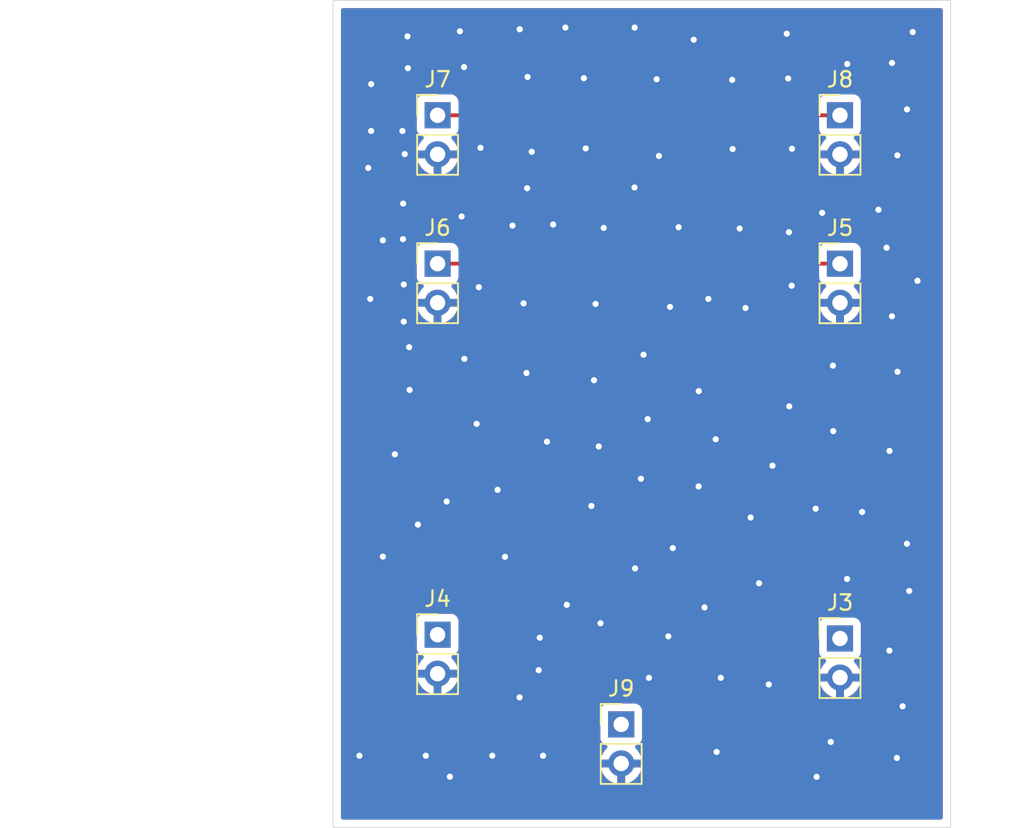
<source format=kicad_pcb>
(kicad_pcb (version 20211014) (generator pcbnew)
  (layers (0 "F.Cu" signal) (31 "B.Cu" signal) (34 "B.Paste" user) (35 "F.Paste" user) (36 "B.SilkS" user "B.Silkscreen") (37 "F.SilkS" user "F.Silkscreen") (38 "B.Mask" user) (39 "F.Mask" user) (44 "Edge.Cuts" user))
  (net 0 "")
  (net 1 "GND")
  (net 2 "Net-(J5-Pad1)")
  (net 3 "bpf_lvds")
  (footprint "Connector_PinHeader_2.54mm:PinHeader_1x02_P2.54mm_Vertical" (layer "F.Cu") (at 105.41 81.275)
    (fp_text reference "J8" (at 0 -2.33) (layer "F.SilkS"))
    (fp_text value "Connector_Generic_Conn_01x02")
    (fp_line (start -1.33 0) (end -1.33 -1.33) (layer "F.SilkS") (width 0.12))
    (fp_line (start -1.33 3.87) (end 1.33 3.87) (layer "F.SilkS") (width 0.12))
    (fp_line (start 1.33 1.27) (end 1.33 3.87) (layer "F.SilkS") (width 0.12))
    (fp_line (start -1.33 1.27) (end -1.33 3.87) (layer "F.SilkS") (width 0.12))
    (fp_line (start -1.33 -1.33) (end 0 -1.33) (layer "F.SilkS") (width 0.12))
    (fp_line (start -1.33 1.27) (end 1.33 1.27) (layer "F.SilkS") (width 0.12))
    (pad "1" thru_hole rect (at 0 0) (size 1.7 1.7) (drill 1) (layers *.Cu *.Mask) (net 3 "bpf_lvds"))
    (pad "2" thru_hole oval (at 0 2.54) (size 1.7 1.7) (drill 1) (layers *.Cu *.Mask) (net 1 "GND"))
  )
  (footprint "Connector_PinHeader_2.54mm:PinHeader_1x02_P2.54mm_Vertical" (layer "F.Cu") (at 79.248 81.275)
    (fp_text reference "J7" (at 0 -2.33) (layer "F.SilkS"))
    (fp_text value "Connector_Generic_Conn_01x02")
    (fp_line (start -1.33 3.87) (end 1.33 3.87) (layer "F.SilkS") (width 0.12))
    (fp_line (start -1.33 1.27) (end 1.33 1.27) (layer "F.SilkS") (width 0.12))
    (fp_line (start -1.33 0) (end -1.33 -1.33) (layer "F.SilkS") (width 0.12))
    (fp_line (start -1.33 1.27) (end -1.33 3.87) (layer "F.SilkS") (width 0.12))
    (fp_line (start 1.33 1.27) (end 1.33 3.87) (layer "F.SilkS") (width 0.12))
    (fp_line (start -1.33 -1.33) (end 0 -1.33) (layer "F.SilkS") (width 0.12))
    (pad "1" thru_hole rect (at 0 0) (size 1.7 1.7) (drill 1) (layers *.Cu *.Mask) (net 3 "bpf_lvds"))
    (pad "2" thru_hole oval (at 0 2.54) (size 1.7 1.7) (drill 1) (layers *.Cu *.Mask) (net 1 "GND"))
  )
  (footprint "Connector_PinHeader_2.54mm:PinHeader_1x02_P2.54mm_Vertical" (layer "F.Cu") (at 105.41 115.311)
    (fp_text reference "J3" (at 0 -2.33) (layer "F.SilkS"))
    (fp_text value "Connector_Generic_Conn_01x02")
    (fp_line (start -1.33 3.87) (end 1.33 3.87) (layer "F.SilkS") (width 0.12))
    (fp_line (start 1.33 1.27) (end 1.33 3.87) (layer "F.SilkS") (width 0.12))
    (fp_line (start -1.33 -1.33) (end 0 -1.33) (layer "F.SilkS") (width 0.12))
    (fp_line (start -1.33 0) (end -1.33 -1.33) (layer "F.SilkS") (width 0.12))
    (fp_line (start -1.33 1.27) (end -1.33 3.87) (layer "F.SilkS") (width 0.12))
    (fp_line (start -1.33 1.27) (end 1.33 1.27) (layer "F.SilkS") (width 0.12))
    (pad "1" thru_hole rect (at 0 0) (size 1.7 1.7) (drill 1) (layers *.Cu *.Mask))
    (pad "2" thru_hole oval (at 0 2.54) (size 1.7 1.7) (drill 1) (layers *.Cu *.Mask) (net 1 "GND"))
  )
  (footprint "Connector_PinHeader_2.54mm:PinHeader_1x02_P2.54mm_Vertical" (layer "F.Cu") (at 79.248 115.062)
    (fp_text reference "J4" (at 0 -2.33) (layer "F.SilkS"))
    (fp_text value "Connector_Generic_Conn_01x02")
    (fp_line (start 1.33 1.27) (end 1.33 3.87) (layer "F.SilkS") (width 0.12))
    (fp_line (start -1.33 -1.33) (end 0 -1.33) (layer "F.SilkS") (width 0.12))
    (fp_line (start -1.33 1.27) (end 1.33 1.27) (layer "F.SilkS") (width 0.12))
    (fp_line (start -1.33 1.27) (end -1.33 3.87) (layer "F.SilkS") (width 0.12))
    (fp_line (start -1.33 0) (end -1.33 -1.33) (layer "F.SilkS") (width 0.12))
    (fp_line (start -1.33 3.87) (end 1.33 3.87) (layer "F.SilkS") (width 0.12))
    (pad "1" thru_hole rect (at 0 0) (size 1.7 1.7) (drill 1) (layers *.Cu *.Mask))
    (pad "2" thru_hole oval (at 0 2.54) (size 1.7 1.7) (drill 1) (layers *.Cu *.Mask) (net 1 "GND"))
  )
  (footprint "Connector_PinHeader_2.54mm:PinHeader_1x02_P2.54mm_Vertical" (layer "F.Cu") (at 105.41 90.932)
    (fp_text reference "J5" (at 0 -2.33) (layer "F.SilkS"))
    (fp_text value "Connector_Generic_Conn_01x02")
    (fp_line (start -1.33 -1.33) (end 0 -1.33) (layer "F.SilkS") (width 0.12))
    (fp_line (start -1.33 3.87) (end 1.33 3.87) (layer "F.SilkS") (width 0.12))
    (fp_line (start 1.33 1.27) (end 1.33 3.87) (layer "F.SilkS") (width 0.12))
    (fp_line (start -1.33 1.27) (end -1.33 3.87) (layer "F.SilkS") (width 0.12))
    (fp_line (start -1.33 1.27) (end 1.33 1.27) (layer "F.SilkS") (width 0.12))
    (fp_line (start -1.33 0) (end -1.33 -1.33) (layer "F.SilkS") (width 0.12))
    (pad "1" thru_hole rect (at 0 0) (size 1.7 1.7) (drill 1) (layers *.Cu *.Mask) (net 2 "Net-(J5-Pad1)"))
    (pad "2" thru_hole oval (at 0 2.54) (size 1.7 1.7) (drill 1) (layers *.Cu *.Mask) (net 1 "GND"))
  )
  (footprint "Connector_PinHeader_2.54mm:PinHeader_1x02_P2.54mm_Vertical" (layer "F.Cu") (at 79.248 90.927)
    (fp_text reference "J6" (at 0 -2.33) (layer "F.SilkS"))
    (fp_text value "Connector_Generic_Conn_01x02")
    (fp_line (start 1.33 1.27) (end 1.33 3.87) (layer "F.SilkS") (width 0.12))
    (fp_line (start -1.33 -1.33) (end 0 -1.33) (layer "F.SilkS") (width 0.12))
    (fp_line (start -1.33 1.27) (end 1.33 1.27) (layer "F.SilkS") (width 0.12))
    (fp_line (start -1.33 3.87) (end 1.33 3.87) (layer "F.SilkS") (width 0.12))
    (fp_line (start -1.33 0) (end -1.33 -1.33) (layer "F.SilkS") (width 0.12))
    (fp_line (start -1.33 1.27) (end -1.33 3.87) (layer "F.SilkS") (width 0.12))
    (pad "1" thru_hole rect (at 0 0) (size 1.7 1.7) (drill 1) (layers *.Cu *.Mask) (net 2 "Net-(J5-Pad1)"))
    (pad "2" thru_hole oval (at 0 2.54) (size 1.7 1.7) (drill 1) (layers *.Cu *.Mask) (net 1 "GND"))
  )
  (footprint "Connector_PinHeader_2.54mm:PinHeader_1x02_P2.54mm_Vertical" (layer "F.Cu") (at 91.186 120.899)
    (fp_text reference "J9" (at 0 -2.33) (layer "F.SilkS"))
    (fp_text value "Connector_Generic_Conn_01x02")
    (fp_line (start -1.33 0) (end -1.33 -1.33) (layer "F.SilkS") (width 0.12))
    (fp_line (start -1.33 1.27) (end -1.33 3.87) (layer "F.SilkS") (width 0.12))
    (fp_line (start -1.33 1.27) (end 1.33 1.27) (layer "F.SilkS") (width 0.12))
    (fp_line (start -1.33 3.87) (end 1.33 3.87) (layer "F.SilkS") (width 0.12))
    (fp_line (start 1.33 1.27) (end 1.33 3.87) (layer "F.SilkS") (width 0.12))
    (fp_line (start -1.33 -1.33) (end 0 -1.33) (layer "F.SilkS") (width 0.12))
    (pad "1" thru_hole rect (at 0 0) (size 1.7 1.7) (drill 1) (layers *.Cu *.Mask))
    (pad "2" thru_hole oval (at 0 2.54) (size 1.7 1.7) (drill 1) (layers *.Cu *.Mask) (net 1 "GND"))
  )
  (gr_rect (start 72.46 73.8) (end 112.6 127.6) (layer "Edge.Cuts") (width 0.05) (fill none))
  (via (at 84.84 93.51) (size 0.8) (drill 0.4) (layers "F.Cu" "B.Cu") (net 1))
  (via (at 95.9 76.36) (size 0.8) (drill 0.4) (layers "F.Cu" "B.Cu") (net 1))
  (via (at 80.99 97.12) (size 0.8) (drill 0.4) (layers "F.Cu" "B.Cu") (net 1))
  (via (at 92.47 104.92) (size 0.8) (drill 0.4) (layers "F.Cu" "B.Cu") (net 1))
  (via (at 85.07 86.02) (size 0.8) (drill 0.4) (layers "F.Cu" "B.Cu") (net 1))
  (via (at 96.6 113.29) (size 0.8) (drill 0.4) (layers "F.Cu" "B.Cu") (net 1))
  (via (at 85.37 83.65) (size 0.8) (drill 0.4) (layers "F.Cu" "B.Cu") (net 1))
  (via (at 108.79 77.87) (size 0.8) (drill 0.4) (layers "F.Cu" "B.Cu") (net 1))
  (via (at 109.91 112.22) (size 0.8) (drill 0.4) (layers "F.Cu" "B.Cu") (net 1))
  (via (at 83.15 105.64) (size 0.8) (drill 0.4) (layers "F.Cu" "B.Cu") (net 1))
  (via (at 85.82 117.37) (size 0.8) (drill 0.4) (layers "F.Cu" "B.Cu") (net 1))
  (via (at 109.48 119.72) (size 0.8) (drill 0.4) (layers "F.Cu" "B.Cu") (net 1))
  (via (at 101.02 104.07) (size 0.8) (drill 0.4) (layers "F.Cu" "B.Cu") (net 1))
  (via (at 77.4 96.36) (size 0.8) (drill 0.4) (layers "F.Cu" "B.Cu") (net 1))
  (via (at 86.36 102.51) (size 0.8) (drill 0.4) (layers "F.Cu" "B.Cu") (net 1))
  (via (at 96.22 105.42) (size 0.8) (drill 0.4) (layers "F.Cu" "B.Cu") (net 1))
  (via (at 84.59 75.68) (size 0.8) (drill 0.4) (layers "F.Cu" "B.Cu") (net 1))
  (via (at 93.64 83.92) (size 0.8) (drill 0.4) (layers "F.Cu" "B.Cu") (net 1))
  (via (at 94.92 88.56) (size 0.8) (drill 0.4) (layers "F.Cu" "B.Cu") (net 1))
  (via (at 97.39 122.69) (size 0.8) (drill 0.4) (layers "F.Cu" "B.Cu") (net 1))
  (via (at 88.76 78.86) (size 0.8) (drill 0.4) (layers "F.Cu" "B.Cu") (net 1))
  (via (at 86.76 88.38) (size 0.8) (drill 0.4) (layers "F.Cu" "B.Cu") (net 1))
  (via (at 100.15 111.72) (size 0.8) (drill 0.4) (layers "F.Cu" "B.Cu") (net 1))
  (via (at 85.89 115.26) (size 0.8) (drill 0.4) (layers "F.Cu" "B.Cu") (net 1))
  (via (at 98.89 88.64) (size 0.8) (drill 0.4) (layers "F.Cu" "B.Cu") (net 1))
  (via (at 77.11 83.8) (size 0.8) (drill 0.4) (layers "F.Cu" "B.Cu") (net 1))
  (via (at 102.29 83.45) (size 0.8) (drill 0.4) (layers "F.Cu" "B.Cu") (net 1))
  (via (at 105.88 77.94) (size 0.8) (drill 0.4) (layers "F.Cu" "B.Cu") (net 1))
  (via (at 80.05 124.3) (size 0.8) (drill 0.4) (layers "F.Cu" "B.Cu") (net 1))
  (via (at 89.84 114.32) (size 0.8) (drill 0.4) (layers "F.Cu" "B.Cu") (net 1))
  (via (at 74.87 93.22) (size 0.8) (drill 0.4) (layers "F.Cu" "B.Cu") (net 1))
  (via (at 108.62 116.1) (size 0.8) (drill 0.4) (layers "F.Cu" "B.Cu") (net 1))
  (via (at 109.15 97.96) (size 0.8) (drill 0.4) (layers "F.Cu" "B.Cu") (net 1))
  (via (at 109.14 83.88) (size 0.8) (drill 0.4) (layers "F.Cu" "B.Cu") (net 1))
  (via (at 109.11 123.08) (size 0.8) (drill 0.4) (layers "F.Cu" "B.Cu") (net 1))
  (via (at 96.85 93.22) (size 0.8) (drill 0.4) (layers "F.Cu" "B.Cu") (net 1))
  (via (at 77.29 76.14) (size 0.8) (drill 0.4) (layers "F.Cu" "B.Cu") (net 1))
  (via (at 90.05 88.6) (size 0.8) (drill 0.4) (layers "F.Cu" "B.Cu") (net 1))
  (via (at 102.04 78.88) (size 0.8) (drill 0.4) (layers "F.Cu" "B.Cu") (net 1))
  (via (at 84.58 119.14) (size 0.8) (drill 0.4) (layers "F.Cu" "B.Cu") (net 1))
  (via (at 100.78 118.3) (size 0.8) (drill 0.4) (layers "F.Cu" "B.Cu") (net 1))
  (via (at 106.85 107.08) (size 0.8) (drill 0.4) (layers "F.Cu" "B.Cu") (net 1))
  (via (at 97.33 102.35) (size 0.8) (drill 0.4) (layers "F.Cu" "B.Cu") (net 1))
  (via (at 83.63 110) (size 0.8) (drill 0.4) (layers "F.Cu" "B.Cu") (net 1))
  (via (at 92.09 110.75) (size 0.8) (drill 0.4) (layers "F.Cu" "B.Cu") (net 1))
  (via (at 77.32 78.21) (size 0.8) (drill 0.4) (layers "F.Cu" "B.Cu") (net 1))
  (via (at 77.43 99.14) (size 0.8) (drill 0.4) (layers "F.Cu" "B.Cu") (net 1))
  (via (at 99.6 107.44) (size 0.8) (drill 0.4) (layers "F.Cu" "B.Cu") (net 1))
  (via (at 81.788 101.346) (size 0.8) (drill 0.4) (layers "F.Cu" "B.Cu") (net 1))
  (via (at 76.962 82.296) (size 0.8) (drill 0.4) (layers "F.Cu" "B.Cu") (net 1))
  (via (at 108.44 89.89) (size 0.8) (drill 0.4) (layers "F.Cu" "B.Cu") (net 1))
  (via (at 98.4 78.97) (size 0.8) (drill 0.4) (layers "F.Cu" "B.Cu") (net 1))
  (via (at 104.97 101.82) (size 0.8) (drill 0.4) (layers "F.Cu" "B.Cu") (net 1))
  (via (at 110.45 92.04) (size 0.8) (drill 0.4) (layers "F.Cu" "B.Cu") (net 1))
  (via (at 75.692 109.982) (size 0.8) (drill 0.4) (layers "F.Cu" "B.Cu") (net 1))
  (via (at 77.01 87.02) (size 0.8) (drill 0.4) (layers "F.Cu" "B.Cu") (net 1))
  (via (at 92.99 117.87) (size 0.8) (drill 0.4) (layers "F.Cu" "B.Cu") (net 1))
  (via (at 80.81 87.86) (size 0.8) (drill 0.4) (layers "F.Cu" "B.Cu") (net 1))
  (via (at 110.14 75.86) (size 0.8) (drill 0.4) (layers "F.Cu" "B.Cu") (net 1))
  (via (at 92.05 85.97) (size 0.8) (drill 0.4) (layers "F.Cu" "B.Cu") (net 1))
  (via (at 77.05 92.28) (size 0.8) (drill 0.4) (layers "F.Cu" "B.Cu") (net 1))
  (via (at 87.56 75.57) (size 0.8) (drill 0.4) (layers "F.Cu" "B.Cu") (net 1))
  (via (at 104.95 97.56) (size 0.8) (drill 0.4) (layers "F.Cu" "B.Cu") (net 1))
  (via (at 98.43 83.47) (size 0.8) (drill 0.4) (layers "F.Cu" "B.Cu") (net 1))
  (via (at 94.36 93.74) (size 0.8) (drill 0.4) (layers "F.Cu" "B.Cu") (net 1))
  (via (at 84.12 88.45) (size 0.8) (drill 0.4) (layers "F.Cu" "B.Cu") (net 1))
  (via (at 108.63 103.11) (size 0.8) (drill 0.4) (layers "F.Cu" "B.Cu") (net 1))
  (via (at 102.09 88.88) (size 0.8) (drill 0.4) (layers "F.Cu" "B.Cu") (net 1))
  (via (at 82.04 83.39) (size 0.8) (drill 0.4) (layers "F.Cu" "B.Cu") (net 1))
  (via (at 92.91 101.04) (size 0.8) (drill 0.4) (layers "F.Cu" "B.Cu") (net 1))
  (via (at 104.81 122.04) (size 0.8) (drill 0.4) (layers "F.Cu" "B.Cu") (net 1))
  (via (at 96.23 99.22) (size 0.8) (drill 0.4) (layers "F.Cu" "B.Cu") (net 1))
  (via (at 92.06 75.57) (size 0.8) (drill 0.4) (layers "F.Cu" "B.Cu") (net 1))
  (via (at 78.486 122.936) (size 0.8) (drill 0.4) (layers "F.Cu" "B.Cu") (net 1))
  (via (at 108.79 94.35) (size 0.8) (drill 0.4) (layers "F.Cu" "B.Cu") (net 1))
  (via (at 103.89 124.31) (size 0.8) (drill 0.4) (layers "F.Cu" "B.Cu") (net 1))
  (via (at 74.74 84.7) (size 0.8) (drill 0.4) (layers "F.Cu" "B.Cu") (net 1))
  (via (at 88.88 83.43) (size 0.8) (drill 0.4) (layers "F.Cu" "B.Cu") (net 1))
  (via (at 102.11 100.21) (size 0.8) (drill 0.4) (layers "F.Cu" "B.Cu") (net 1))
  (via (at 109.76 109.15) (size 0.8) (drill 0.4) (layers "F.Cu" "B.Cu") (net 1))
  (via (at 109.77 80.89) (size 0.8) (drill 0.4) (layers "F.Cu" "B.Cu") (net 1))
  (via (at 80.97 78.14) (size 0.8) (drill 0.4) (layers "F.Cu" "B.Cu") (net 1))
  (via (at 101.95 75.97) (size 0.8) (drill 0.4) (layers "F.Cu" "B.Cu") (net 1))
  (via (at 94.25 115.17) (size 0.8) (drill 0.4) (layers "F.Cu" "B.Cu") (net 1))
  (via (at 92.64 96.85) (size 0.8) (drill 0.4) (layers "F.Cu" "B.Cu") (net 1))
  (via (at 74.93 82.296) (size 0.8) (drill 0.4) (layers "F.Cu" "B.Cu") (net 1))
  (via (at 85.03 98.04) (size 0.8) (drill 0.4) (layers "F.Cu" "B.Cu") (net 1))
  (via (at 87.65 113.12) (size 0.8) (drill 0.4) (layers "F.Cu" "B.Cu") (net 1))
  (via (at 75.692 89.408) (size 0.8) (drill 0.4) (layers "F.Cu" "B.Cu") (net 1))
  (via (at 107.91 87.42) (size 0.8) (drill 0.4) (layers "F.Cu" "B.Cu") (net 1))
  (via (at 80.7 75.81) (size 0.8) (drill 0.4) (layers "F.Cu" "B.Cu") (net 1))
  (via (at 104.25 87.62) (size 0.8) (drill 0.4) (layers "F.Cu" "B.Cu") (net 1))
  (via (at 89.73 102.82) (size 0.8) (drill 0.4) (layers "F.Cu" "B.Cu") (net 1))
  (via (at 89.25 106.69) (size 0.8) (drill 0.4) (layers "F.Cu" "B.Cu") (net 1))
  (via (at 85.1 78.78) (size 0.8) (drill 0.4) (layers "F.Cu" "B.Cu") (net 1))
  (via (at 79.84 106.4) (size 0.8) (drill 0.4) (layers "F.Cu" "B.Cu") (net 1))
  (via (at 77.05 94.7) (size 0.8) (drill 0.4) (layers "F.Cu" "B.Cu") (net 1))
  (via (at 74.93 79.248) (size 0.8) (drill 0.4) (layers "F.Cu" "B.Cu") (net 1))
  (via (at 105.87 111.44) (size 0.8) (drill 0.4) (layers "F.Cu" "B.Cu") (net 1))
  (via (at 99.27 93.81) (size 0.8) (drill 0.4) (layers "F.Cu" "B.Cu") (net 1))
  (via (at 76.47 103.33) (size 0.8) (drill 0.4) (layers "F.Cu" "B.Cu") (net 1))
  (via (at 94.54 109.43) (size 0.8) (drill 0.4) (layers "F.Cu" "B.Cu") (net 1))
  (via (at 77 89.33) (size 0.8) (drill 0.4) (layers "F.Cu" "B.Cu") (net 1))
  (via (at 93.49 78.93) (size 0.8) (drill 0.4) (layers "F.Cu" "B.Cu") (net 1))
  (via (at 103.83 106.87) (size 0.8) (drill 0.4) (layers "F.Cu" "B.Cu") (net 1))
  (via (at 89.42 98.51) (size 0.8) (drill 0.4) (layers "F.Cu" "B.Cu") (net 1))
  (via (at 81.93 92.46) (size 0.8) (drill 0.4) (layers "F.Cu" "B.Cu") (net 1))
  (via (at 86.106 122.936) (size 0.8) (drill 0.4) (layers "F.Cu" "B.Cu") (net 1))
  (via (at 77.97 107.9) (size 0.8) (drill 0.4) (layers "F.Cu" "B.Cu") (net 1))
  (via (at 74.168 122.936) (size 0.8) (drill 0.4) (layers "F.Cu" "B.Cu") (net 1))
  (via (at 89.52 93.55) (size 0.8) (drill 0.4) (layers "F.Cu" "B.Cu") (net 1))
  (via (at 82.804 122.936) (size 0.8) (drill 0.4) (layers "F.Cu" "B.Cu") (net 1))
  (via (at 102.27 92.36) (size 0.8) (drill 0.4) (layers "F.Cu" "B.Cu") (net 1))
  (via (at 97.66 117.87) (size 0.8) (drill 0.4) (layers "F.Cu" "B.Cu") (net 1))
  (segment (start 79.248 90.927) (end 105.243 90.927) (width 0.25) (layer "F.Cu") (net 2))
  (segment (start 105.243 90.927) (end 105.27 90.9) (width 0.25) (layer "F.Cu") (net 2))
  (segment (start 105.36 90.79) (end 105.47 90.9) (width 0.25) (layer "F.Cu") (net 2))
  (segment (start 104.905 81.275) (end 104.95 81.23) (width 0.25) (layer "F.Cu") (net 3))
  (segment (start 79.248 81.275) (end 104.905 81.275) (width 0.25) (layer "F.Cu") (net 3))
  (zone (net 1) (net_name "GND") (layer "F.Cu") (connect_pads (clearance 0.508)) (min_thickness 0.254) (fill yes (thermal_gap 0.508) (thermal_bridge_width 0.508))
    (polygon (pts (xy 112.522 127.508) (xy 50.8 127.508) (xy 50.8 73.914) (xy 112.522 73.914)))
  )
  (zone (net 1) (net_name "GND") (layer "B.Cu") (connect_pads (clearance 0.508)) (min_thickness 0.254) (fill yes (thermal_gap 0.508) (thermal_bridge_width 0.508))
    (polygon (pts (xy 112.522 127.508) (xy 50.8 127.508) (xy 50.8 73.914) (xy 112.522 73.914)))
  )
)
</source>
